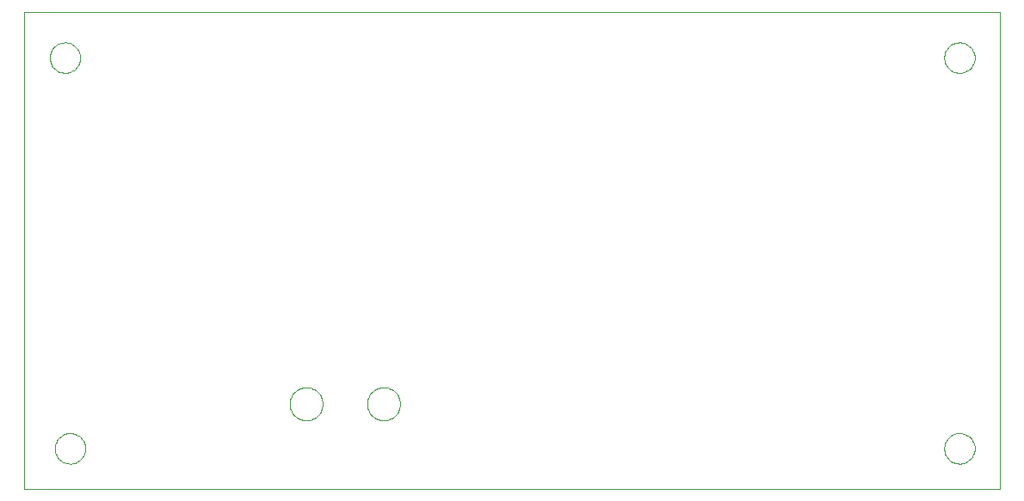
<source format=gbr>
G75*
G70*
%OFA0B0*%
%FSLAX24Y24*%
%IPPOS*%
%LPD*%
%AMOC8*
5,1,8,0,0,1.08239X$1,22.5*
%
%ADD10C,0.0000*%
D10*
X003675Y001917D02*
X003675Y020421D01*
X041470Y020421D01*
X041470Y001917D01*
X003675Y001917D01*
X004856Y003492D02*
X004858Y003546D01*
X004866Y003599D01*
X004878Y003651D01*
X004895Y003703D01*
X004916Y003752D01*
X004942Y003799D01*
X004972Y003844D01*
X005006Y003885D01*
X005044Y003924D01*
X005085Y003959D01*
X005129Y003990D01*
X005175Y004017D01*
X005224Y004039D01*
X005275Y004057D01*
X005327Y004071D01*
X005380Y004079D01*
X005434Y004083D01*
X005487Y004082D01*
X005541Y004076D01*
X005593Y004065D01*
X005645Y004049D01*
X005695Y004029D01*
X005742Y004004D01*
X005788Y003975D01*
X005830Y003942D01*
X005870Y003905D01*
X005905Y003865D01*
X005937Y003822D01*
X005965Y003776D01*
X005989Y003727D01*
X006008Y003677D01*
X006023Y003625D01*
X006032Y003572D01*
X006037Y003519D01*
X006037Y003465D01*
X006032Y003412D01*
X006023Y003359D01*
X006008Y003307D01*
X005989Y003257D01*
X005965Y003208D01*
X005937Y003162D01*
X005905Y003119D01*
X005870Y003079D01*
X005830Y003042D01*
X005788Y003009D01*
X005743Y002980D01*
X005695Y002955D01*
X005645Y002935D01*
X005593Y002919D01*
X005541Y002908D01*
X005487Y002902D01*
X005434Y002901D01*
X005380Y002905D01*
X005327Y002913D01*
X005275Y002927D01*
X005224Y002945D01*
X005175Y002967D01*
X005129Y002994D01*
X005085Y003025D01*
X005044Y003060D01*
X005006Y003099D01*
X004972Y003140D01*
X004942Y003185D01*
X004916Y003232D01*
X004895Y003281D01*
X004878Y003333D01*
X004866Y003385D01*
X004858Y003438D01*
X004856Y003492D01*
X013950Y005223D02*
X013953Y005281D01*
X013961Y005339D01*
X013974Y005396D01*
X013992Y005451D01*
X014015Y005504D01*
X014043Y005556D01*
X014076Y005604D01*
X014112Y005649D01*
X014153Y005691D01*
X014198Y005729D01*
X014245Y005762D01*
X014296Y005791D01*
X014348Y005816D01*
X014403Y005835D01*
X014460Y005850D01*
X014517Y005859D01*
X014575Y005863D01*
X014634Y005862D01*
X014692Y005855D01*
X014749Y005843D01*
X014804Y005826D01*
X014858Y005804D01*
X014910Y005777D01*
X014959Y005746D01*
X015005Y005710D01*
X015048Y005670D01*
X015086Y005627D01*
X015121Y005580D01*
X015151Y005530D01*
X015177Y005478D01*
X015198Y005424D01*
X015213Y005367D01*
X015224Y005310D01*
X015229Y005252D01*
X015229Y005194D01*
X015224Y005136D01*
X015213Y005079D01*
X015198Y005022D01*
X015177Y004968D01*
X015151Y004916D01*
X015121Y004866D01*
X015086Y004819D01*
X015048Y004776D01*
X015005Y004736D01*
X014959Y004700D01*
X014910Y004669D01*
X014858Y004642D01*
X014804Y004620D01*
X014749Y004603D01*
X014692Y004591D01*
X014634Y004584D01*
X014575Y004583D01*
X014517Y004587D01*
X014460Y004596D01*
X014403Y004611D01*
X014348Y004630D01*
X014296Y004655D01*
X014245Y004684D01*
X014198Y004717D01*
X014153Y004755D01*
X014112Y004797D01*
X014076Y004842D01*
X014043Y004890D01*
X014015Y004942D01*
X013992Y004995D01*
X013974Y005050D01*
X013961Y005107D01*
X013953Y005165D01*
X013950Y005223D01*
X016950Y005223D02*
X016953Y005281D01*
X016961Y005339D01*
X016974Y005396D01*
X016992Y005451D01*
X017015Y005504D01*
X017043Y005556D01*
X017076Y005604D01*
X017112Y005649D01*
X017153Y005691D01*
X017198Y005729D01*
X017245Y005762D01*
X017296Y005791D01*
X017348Y005816D01*
X017403Y005835D01*
X017460Y005850D01*
X017517Y005859D01*
X017575Y005863D01*
X017634Y005862D01*
X017692Y005855D01*
X017749Y005843D01*
X017804Y005826D01*
X017858Y005804D01*
X017910Y005777D01*
X017959Y005746D01*
X018005Y005710D01*
X018048Y005670D01*
X018086Y005627D01*
X018121Y005580D01*
X018151Y005530D01*
X018177Y005478D01*
X018198Y005424D01*
X018213Y005367D01*
X018224Y005310D01*
X018229Y005252D01*
X018229Y005194D01*
X018224Y005136D01*
X018213Y005079D01*
X018198Y005022D01*
X018177Y004968D01*
X018151Y004916D01*
X018121Y004866D01*
X018086Y004819D01*
X018048Y004776D01*
X018005Y004736D01*
X017959Y004700D01*
X017910Y004669D01*
X017858Y004642D01*
X017804Y004620D01*
X017749Y004603D01*
X017692Y004591D01*
X017634Y004584D01*
X017575Y004583D01*
X017517Y004587D01*
X017460Y004596D01*
X017403Y004611D01*
X017348Y004630D01*
X017296Y004655D01*
X017245Y004684D01*
X017198Y004717D01*
X017153Y004755D01*
X017112Y004797D01*
X017076Y004842D01*
X017043Y004890D01*
X017015Y004942D01*
X016992Y004995D01*
X016974Y005050D01*
X016961Y005107D01*
X016953Y005165D01*
X016950Y005223D01*
X039304Y003492D02*
X039306Y003546D01*
X039314Y003599D01*
X039326Y003651D01*
X039343Y003703D01*
X039364Y003752D01*
X039390Y003799D01*
X039420Y003844D01*
X039454Y003885D01*
X039492Y003924D01*
X039533Y003959D01*
X039577Y003990D01*
X039623Y004017D01*
X039672Y004039D01*
X039723Y004057D01*
X039775Y004071D01*
X039828Y004079D01*
X039882Y004083D01*
X039935Y004082D01*
X039989Y004076D01*
X040041Y004065D01*
X040093Y004049D01*
X040143Y004029D01*
X040190Y004004D01*
X040236Y003975D01*
X040278Y003942D01*
X040318Y003905D01*
X040353Y003865D01*
X040385Y003822D01*
X040413Y003776D01*
X040437Y003727D01*
X040456Y003677D01*
X040471Y003625D01*
X040480Y003572D01*
X040485Y003519D01*
X040485Y003465D01*
X040480Y003412D01*
X040471Y003359D01*
X040456Y003307D01*
X040437Y003257D01*
X040413Y003208D01*
X040385Y003162D01*
X040353Y003119D01*
X040318Y003079D01*
X040278Y003042D01*
X040236Y003009D01*
X040191Y002980D01*
X040143Y002955D01*
X040093Y002935D01*
X040041Y002919D01*
X039989Y002908D01*
X039935Y002902D01*
X039882Y002901D01*
X039828Y002905D01*
X039775Y002913D01*
X039723Y002927D01*
X039672Y002945D01*
X039623Y002967D01*
X039577Y002994D01*
X039533Y003025D01*
X039492Y003060D01*
X039454Y003099D01*
X039420Y003140D01*
X039390Y003185D01*
X039364Y003232D01*
X039343Y003281D01*
X039326Y003333D01*
X039314Y003385D01*
X039306Y003438D01*
X039304Y003492D01*
X039304Y018650D02*
X039306Y018704D01*
X039314Y018757D01*
X039326Y018809D01*
X039343Y018861D01*
X039364Y018910D01*
X039390Y018957D01*
X039420Y019002D01*
X039454Y019043D01*
X039492Y019082D01*
X039533Y019117D01*
X039577Y019148D01*
X039623Y019175D01*
X039672Y019197D01*
X039723Y019215D01*
X039775Y019229D01*
X039828Y019237D01*
X039882Y019241D01*
X039935Y019240D01*
X039989Y019234D01*
X040041Y019223D01*
X040093Y019207D01*
X040143Y019187D01*
X040190Y019162D01*
X040236Y019133D01*
X040278Y019100D01*
X040318Y019063D01*
X040353Y019023D01*
X040385Y018980D01*
X040413Y018934D01*
X040437Y018885D01*
X040456Y018835D01*
X040471Y018783D01*
X040480Y018730D01*
X040485Y018677D01*
X040485Y018623D01*
X040480Y018570D01*
X040471Y018517D01*
X040456Y018465D01*
X040437Y018415D01*
X040413Y018366D01*
X040385Y018320D01*
X040353Y018277D01*
X040318Y018237D01*
X040278Y018200D01*
X040236Y018167D01*
X040191Y018138D01*
X040143Y018113D01*
X040093Y018093D01*
X040041Y018077D01*
X039989Y018066D01*
X039935Y018060D01*
X039882Y018059D01*
X039828Y018063D01*
X039775Y018071D01*
X039723Y018085D01*
X039672Y018103D01*
X039623Y018125D01*
X039577Y018152D01*
X039533Y018183D01*
X039492Y018218D01*
X039454Y018257D01*
X039420Y018298D01*
X039390Y018343D01*
X039364Y018390D01*
X039343Y018439D01*
X039326Y018491D01*
X039314Y018543D01*
X039306Y018596D01*
X039304Y018650D01*
X004659Y018650D02*
X004661Y018704D01*
X004669Y018757D01*
X004681Y018809D01*
X004698Y018861D01*
X004719Y018910D01*
X004745Y018957D01*
X004775Y019002D01*
X004809Y019043D01*
X004847Y019082D01*
X004888Y019117D01*
X004932Y019148D01*
X004978Y019175D01*
X005027Y019197D01*
X005078Y019215D01*
X005130Y019229D01*
X005183Y019237D01*
X005237Y019241D01*
X005290Y019240D01*
X005344Y019234D01*
X005396Y019223D01*
X005448Y019207D01*
X005498Y019187D01*
X005545Y019162D01*
X005591Y019133D01*
X005633Y019100D01*
X005673Y019063D01*
X005708Y019023D01*
X005740Y018980D01*
X005768Y018934D01*
X005792Y018885D01*
X005811Y018835D01*
X005826Y018783D01*
X005835Y018730D01*
X005840Y018677D01*
X005840Y018623D01*
X005835Y018570D01*
X005826Y018517D01*
X005811Y018465D01*
X005792Y018415D01*
X005768Y018366D01*
X005740Y018320D01*
X005708Y018277D01*
X005673Y018237D01*
X005633Y018200D01*
X005591Y018167D01*
X005546Y018138D01*
X005498Y018113D01*
X005448Y018093D01*
X005396Y018077D01*
X005344Y018066D01*
X005290Y018060D01*
X005237Y018059D01*
X005183Y018063D01*
X005130Y018071D01*
X005078Y018085D01*
X005027Y018103D01*
X004978Y018125D01*
X004932Y018152D01*
X004888Y018183D01*
X004847Y018218D01*
X004809Y018257D01*
X004775Y018298D01*
X004745Y018343D01*
X004719Y018390D01*
X004698Y018439D01*
X004681Y018491D01*
X004669Y018543D01*
X004661Y018596D01*
X004659Y018650D01*
M02*

</source>
